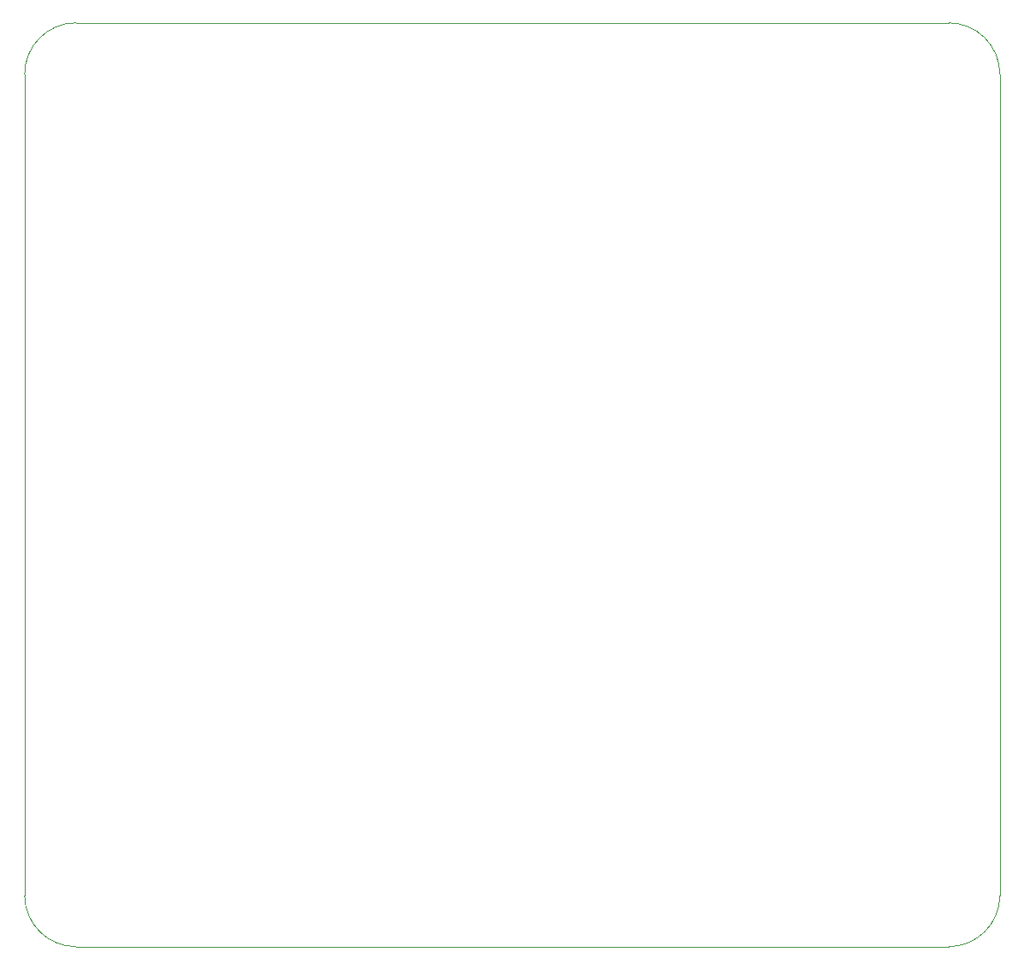
<source format=gm1>
G04 #@! TF.GenerationSoftware,KiCad,Pcbnew,5.1.5-5.1.5*
G04 #@! TF.CreationDate,2019-12-29T19:55:11+11:00*
G04 #@! TF.ProjectId,inchdigits,696e6368-6469-4676-9974-732e6b696361,rev?*
G04 #@! TF.SameCoordinates,Original*
G04 #@! TF.FileFunction,Profile,NP*
%FSLAX46Y46*%
G04 Gerber Fmt 4.6, Leading zero omitted, Abs format (unit mm)*
G04 Created by KiCad (PCBNEW 5.1.5-5.1.5) date 2019-12-29 19:55:11*
%MOMM*%
%LPD*%
G04 APERTURE LIST*
%ADD10C,0.050000*%
G04 APERTURE END LIST*
D10*
X66040000Y-78740000D02*
X66040000Y2540000D01*
X157480000Y-83820000D02*
X71120000Y-83820000D01*
X162560000Y2540000D02*
X162560000Y-78740000D01*
X71120000Y7620000D02*
X157480000Y7620000D01*
X162560000Y-78740000D02*
G75*
G02X157480000Y-83820000I-5080000J0D01*
G01*
X71120000Y-83820000D02*
G75*
G02X66040000Y-78740000I0J5080000D01*
G01*
X66040000Y2540000D02*
G75*
G02X71120000Y7620000I5080000J0D01*
G01*
X157480000Y7620000D02*
G75*
G02X162560000Y2540000I0J-5080000D01*
G01*
M02*

</source>
